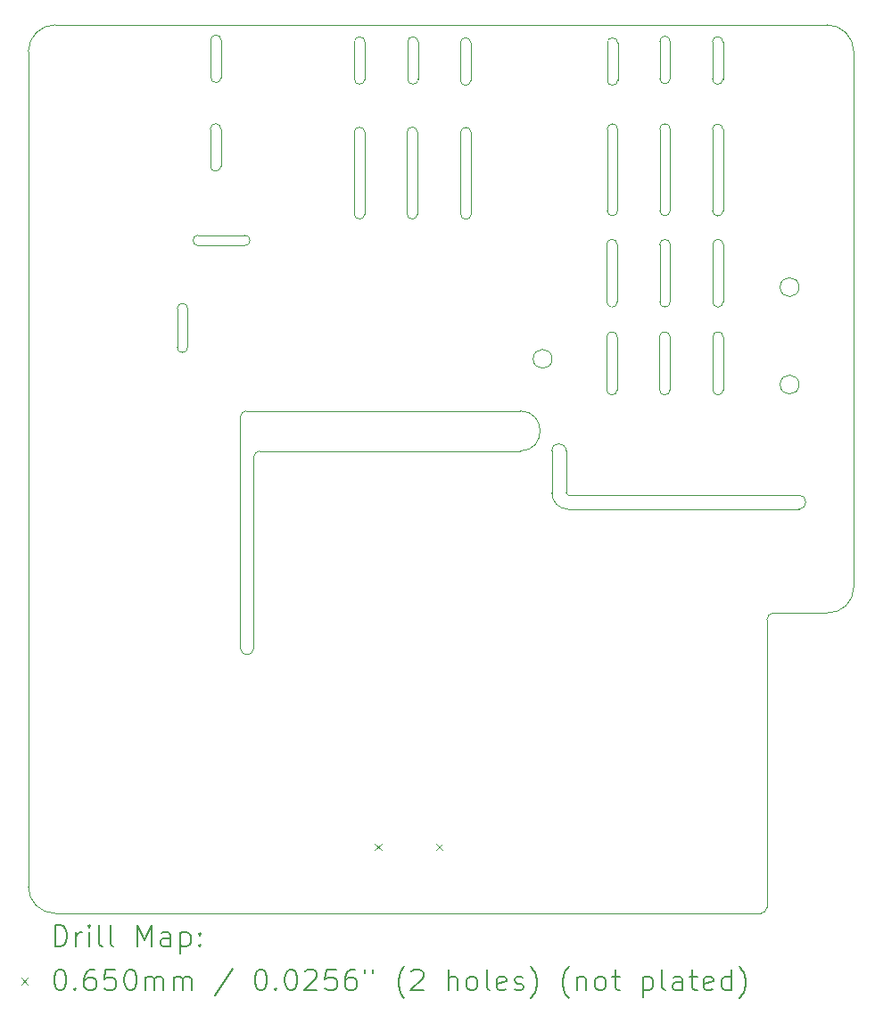
<source format=gbr>
%TF.GenerationSoftware,KiCad,Pcbnew,(6.0.10)*%
%TF.CreationDate,2023-02-01T21:50:34+01:00*%
%TF.ProjectId,hamodule,68616d6f-6475-46c6-952e-6b696361645f,V.20230201.22*%
%TF.SameCoordinates,Original*%
%TF.FileFunction,Drillmap*%
%TF.FilePolarity,Positive*%
%FSLAX45Y45*%
G04 Gerber Fmt 4.5, Leading zero omitted, Abs format (unit mm)*
G04 Created by KiCad (PCBNEW (6.0.10)) date 2023-02-01 21:50:34*
%MOMM*%
%LPD*%
G01*
G04 APERTURE LIST*
%ADD10C,0.050000*%
%ADD11C,0.100000*%
%ADD12C,0.200000*%
%ADD13C,0.065000*%
G04 APERTURE END LIST*
D10*
X10922000Y-8456395D02*
X10922050Y-3371850D01*
X6753950Y-11550850D02*
X3340150Y-11550850D01*
X10402450Y-5607050D02*
G75*
G03*
X10402450Y-5607050I-90000J0D01*
G01*
D11*
X7753950Y-7162800D02*
X5281980Y-7162800D01*
D10*
X10668050Y-3117850D02*
X3340150Y-3117850D01*
D11*
X5154980Y-6781800D02*
X7753950Y-6781800D01*
D10*
X3086150Y-11296650D02*
X3086150Y-3371850D01*
X7753950Y-7162800D02*
G75*
G03*
X7753950Y-6781800I0J190500D01*
G01*
X3086150Y-11296650D02*
G75*
G03*
X3340150Y-11550850I254200J0D01*
G01*
X10039350Y-11550650D02*
X6753950Y-11550850D01*
X10922050Y-3371850D02*
G75*
G03*
X10668050Y-3117850I-254000J0D01*
G01*
X9179905Y-5746455D02*
X9179905Y-5203485D01*
X9580340Y-3280410D02*
X9580340Y-3631250D01*
X8058030Y-6287770D02*
G75*
G03*
X8058030Y-6287770I-90000J0D01*
G01*
X6680475Y-4137930D02*
X6680475Y-4910675D01*
X6181820Y-3280410D02*
X6181820Y-3631250D01*
X8055888Y-7560500D02*
G75*
G03*
X8210300Y-7714912I154412J0D01*
G01*
X8582120Y-3641410D02*
G75*
G03*
X8681770Y-3641410I49825J0D01*
G01*
X8577335Y-5203485D02*
X8577335Y-5746455D01*
X8681770Y-3290570D02*
G75*
G03*
X8582120Y-3290570I-49825J0D01*
G01*
X4815300Y-4105910D02*
X4815300Y-4456750D01*
X8676985Y-5746455D02*
X8676985Y-5203485D01*
X8577335Y-6580500D02*
G75*
G03*
X8676985Y-6580500I49825J0D01*
G01*
X6687280Y-3631250D02*
G75*
G03*
X6786930Y-3631250I49825J0D01*
G01*
X9580635Y-4881490D02*
G75*
G03*
X9680285Y-4881490I49825J0D01*
G01*
X6780125Y-4137930D02*
G75*
G03*
X6680475Y-4137930I-49825J0D01*
G01*
X5154980Y-6781800D02*
G75*
G03*
X5099100Y-6837680I0J-55880D01*
G01*
X10402450Y-6531610D02*
G75*
G03*
X10402450Y-6531610I-90000J0D01*
G01*
X9682825Y-5746455D02*
X9682825Y-5203485D01*
X9080255Y-5746455D02*
G75*
G03*
X9179905Y-5746455I49825J0D01*
G01*
X6786930Y-3280410D02*
G75*
G03*
X6687280Y-3280410I-49825J0D01*
G01*
X9580340Y-3631250D02*
G75*
G03*
X9679990Y-3631250I49825J0D01*
G01*
X5141538Y-5113938D02*
X4698363Y-5113938D01*
X8676985Y-5203485D02*
G75*
G03*
X8577335Y-5203485I-49825J0D01*
G01*
X9580635Y-4108745D02*
X9580635Y-4881490D01*
X9680285Y-4881490D02*
X9680285Y-4108745D01*
X7187660Y-3290570D02*
X7187660Y-3641410D01*
D11*
X8210300Y-7580292D02*
X10400187Y-7580292D01*
D10*
X8190508Y-7160500D02*
G75*
G03*
X8055888Y-7160500I-67310J-3D01*
G01*
X9077715Y-6080500D02*
X9077715Y-6580500D01*
X10160000Y-8699500D02*
G75*
G03*
X10096500Y-8763000I0J-63500D01*
G01*
X5281980Y-7162800D02*
G75*
G03*
X5226100Y-7218680I-10J-55870D01*
G01*
X9682825Y-5203485D02*
G75*
G03*
X9583175Y-5203485I-49825J0D01*
G01*
X5099100Y-6837680D02*
X5099100Y-9034780D01*
X7290125Y-4140500D02*
G75*
G03*
X7190475Y-4140500I-49825J0D01*
G01*
X8580950Y-4107570D02*
X8580950Y-4880315D01*
X6180475Y-4910675D02*
G75*
G03*
X6280125Y-4910675I49825J0D01*
G01*
X7190475Y-4140500D02*
X7190475Y-4913245D01*
X4817950Y-3615690D02*
G75*
G03*
X4917600Y-3615690I49825J0D01*
G01*
X6181820Y-3631250D02*
G75*
G03*
X6281470Y-3631250I49825J0D01*
G01*
X9179610Y-3626170D02*
X9179610Y-3275330D01*
X9682825Y-6580500D02*
X9682825Y-6080500D01*
X8577335Y-6080500D02*
X8577335Y-6580500D01*
X9680285Y-4108745D02*
G75*
G03*
X9580635Y-4108745I-49825J0D01*
G01*
X8582120Y-3290570D02*
X8582120Y-3641410D01*
X9583175Y-6080500D02*
X9583175Y-6580500D01*
X4499660Y-6178375D02*
G75*
G03*
X4599310Y-6178375I49825J0D01*
G01*
D11*
X10400187Y-7714912D02*
X8210300Y-7714912D01*
D10*
X9179905Y-4878950D02*
X9179905Y-4106205D01*
X8580950Y-4880315D02*
G75*
G03*
X8680600Y-4880315I49825J0D01*
G01*
X10039350Y-11550650D02*
G75*
G03*
X10096500Y-11493500I0J57150D01*
G01*
X4917600Y-3264850D02*
G75*
G03*
X4817950Y-3264850I-49825J0D01*
G01*
X10096500Y-8763000D02*
X10096500Y-11493500D01*
X6680475Y-4910675D02*
G75*
G03*
X6780125Y-4910675I49825J0D01*
G01*
X4917600Y-3615690D02*
X4917600Y-3264850D01*
X5141538Y-5213583D02*
G75*
G03*
X5141538Y-5113938I3J49823D01*
G01*
X4914950Y-4456750D02*
X4914950Y-4105910D01*
X8680600Y-4880315D02*
X8680600Y-4107570D01*
X4914950Y-4105910D02*
G75*
G03*
X4815300Y-4105910I-49825J0D01*
G01*
X4815300Y-4456750D02*
G75*
G03*
X4914950Y-4456750I49825J0D01*
G01*
X7287310Y-3641410D02*
X7287310Y-3290570D01*
X6687280Y-3280410D02*
X6687280Y-3631250D01*
X9080255Y-5203485D02*
X9080255Y-5746455D01*
X7287310Y-3290570D02*
G75*
G03*
X7187660Y-3290570I-49825J0D01*
G01*
X8577335Y-5746455D02*
G75*
G03*
X8676985Y-5746455I49825J0D01*
G01*
X3340150Y-3117850D02*
G75*
G03*
X3086150Y-3371850I0J-254000D01*
G01*
X4698363Y-5113933D02*
G75*
G03*
X4698363Y-5213588I-3J-49828D01*
G01*
X10668000Y-8699496D02*
G75*
G03*
X10922000Y-8456395I10660J243106D01*
G01*
X4499660Y-5810425D02*
X4499660Y-6178375D01*
X9080255Y-4106205D02*
X9080255Y-4878950D01*
X6786930Y-3631250D02*
X6786930Y-3280410D01*
X6280125Y-4137930D02*
G75*
G03*
X6180475Y-4137930I-49825J0D01*
G01*
X9179905Y-5203485D02*
G75*
G03*
X9080255Y-5203485I-49825J0D01*
G01*
X9079960Y-3626170D02*
G75*
G03*
X9179610Y-3626170I49825J0D01*
G01*
X9179610Y-3275330D02*
G75*
G03*
X9079960Y-3275330I-49825J0D01*
G01*
X5099100Y-9034780D02*
G75*
G03*
X5226100Y-9034780I63500J1561D01*
G01*
X9682825Y-6080500D02*
G75*
G03*
X9583175Y-6080500I-49825J0D01*
G01*
X9583175Y-5746455D02*
G75*
G03*
X9682825Y-5746455I49825J0D01*
G01*
X9080255Y-4878950D02*
G75*
G03*
X9179905Y-4878950I49825J0D01*
G01*
X8190508Y-7560500D02*
G75*
G03*
X8210300Y-7580292I19792J0D01*
G01*
X9077715Y-6580500D02*
G75*
G03*
X9177365Y-6580500I49825J0D01*
G01*
X9679990Y-3631250D02*
X9679990Y-3280410D01*
X9179905Y-4106205D02*
G75*
G03*
X9080255Y-4106205I-49825J0D01*
G01*
X6281470Y-3280410D02*
G75*
G03*
X6181820Y-3280410I-49825J0D01*
G01*
X6281470Y-3631250D02*
X6281470Y-3280410D01*
X4817950Y-3264850D02*
X4817950Y-3615690D01*
X7190475Y-4913245D02*
G75*
G03*
X7290125Y-4913245I49825J0D01*
G01*
X9583175Y-5203485D02*
X9583175Y-5746455D01*
X10160000Y-8699500D02*
X10668000Y-8699500D01*
X8676985Y-6580500D02*
X8676985Y-6080500D01*
X8055888Y-7560500D02*
X8055888Y-7160500D01*
X4599310Y-5810425D02*
G75*
G03*
X4499660Y-5810425I-49825J0D01*
G01*
X6280125Y-4910675D02*
X6280125Y-4137930D01*
X10400187Y-7714908D02*
G75*
G03*
X10400187Y-7580292I3J67308D01*
G01*
X8190508Y-7160500D02*
X8190508Y-7560500D01*
X8676985Y-6080500D02*
G75*
G03*
X8577335Y-6080500I-49825J0D01*
G01*
X9177365Y-6080500D02*
G75*
G03*
X9077715Y-6080500I-49825J0D01*
G01*
X9679990Y-3280410D02*
G75*
G03*
X9580340Y-3280410I-49825J0D01*
G01*
X7187660Y-3641410D02*
G75*
G03*
X7287310Y-3641410I49825J0D01*
G01*
X4599310Y-6178375D02*
X4599310Y-5810425D01*
X9079960Y-3275330D02*
X9079960Y-3626170D01*
X9177365Y-6580500D02*
X9177365Y-6080500D01*
X8681770Y-3641410D02*
X8681770Y-3290570D01*
X6780125Y-4910675D02*
X6780125Y-4137930D01*
X5226100Y-9034780D02*
X5226100Y-7218680D01*
X4698363Y-5213588D02*
X5141538Y-5213588D01*
X6180475Y-4137930D02*
X6180475Y-4910675D01*
X8680600Y-4107570D02*
G75*
G03*
X8580950Y-4107570I-49825J0D01*
G01*
X7290125Y-4913245D02*
X7290125Y-4140500D01*
X9583175Y-6580500D02*
G75*
G03*
X9682825Y-6580500I49825J0D01*
G01*
D12*
D13*
X6376100Y-10888090D02*
X6441100Y-10953090D01*
X6441100Y-10888090D02*
X6376100Y-10953090D01*
X6954100Y-10888090D02*
X7019100Y-10953090D01*
X7019100Y-10888090D02*
X6954100Y-10953090D01*
D12*
X3341269Y-11863826D02*
X3341269Y-11663826D01*
X3388888Y-11663826D01*
X3417459Y-11673350D01*
X3436507Y-11692398D01*
X3446031Y-11711445D01*
X3455555Y-11749540D01*
X3455555Y-11778112D01*
X3446031Y-11816207D01*
X3436507Y-11835255D01*
X3417459Y-11854302D01*
X3388888Y-11863826D01*
X3341269Y-11863826D01*
X3541269Y-11863826D02*
X3541269Y-11730493D01*
X3541269Y-11768588D02*
X3550793Y-11749540D01*
X3560317Y-11740017D01*
X3579364Y-11730493D01*
X3598412Y-11730493D01*
X3665078Y-11863826D02*
X3665078Y-11730493D01*
X3665078Y-11663826D02*
X3655555Y-11673350D01*
X3665078Y-11682874D01*
X3674602Y-11673350D01*
X3665078Y-11663826D01*
X3665078Y-11682874D01*
X3788888Y-11863826D02*
X3769840Y-11854302D01*
X3760317Y-11835255D01*
X3760317Y-11663826D01*
X3893650Y-11863826D02*
X3874602Y-11854302D01*
X3865078Y-11835255D01*
X3865078Y-11663826D01*
X4122221Y-11863826D02*
X4122221Y-11663826D01*
X4188888Y-11806683D01*
X4255555Y-11663826D01*
X4255555Y-11863826D01*
X4436507Y-11863826D02*
X4436507Y-11759064D01*
X4426983Y-11740017D01*
X4407936Y-11730493D01*
X4369840Y-11730493D01*
X4350793Y-11740017D01*
X4436507Y-11854302D02*
X4417460Y-11863826D01*
X4369840Y-11863826D01*
X4350793Y-11854302D01*
X4341269Y-11835255D01*
X4341269Y-11816207D01*
X4350793Y-11797159D01*
X4369840Y-11787636D01*
X4417460Y-11787636D01*
X4436507Y-11778112D01*
X4531745Y-11730493D02*
X4531745Y-11930493D01*
X4531745Y-11740017D02*
X4550793Y-11730493D01*
X4588888Y-11730493D01*
X4607936Y-11740017D01*
X4617460Y-11749540D01*
X4626983Y-11768588D01*
X4626983Y-11825731D01*
X4617460Y-11844778D01*
X4607936Y-11854302D01*
X4588888Y-11863826D01*
X4550793Y-11863826D01*
X4531745Y-11854302D01*
X4712698Y-11844778D02*
X4722221Y-11854302D01*
X4712698Y-11863826D01*
X4703174Y-11854302D01*
X4712698Y-11844778D01*
X4712698Y-11863826D01*
X4712698Y-11740017D02*
X4722221Y-11749540D01*
X4712698Y-11759064D01*
X4703174Y-11749540D01*
X4712698Y-11740017D01*
X4712698Y-11759064D01*
D13*
X3018650Y-12160850D02*
X3083650Y-12225850D01*
X3083650Y-12160850D02*
X3018650Y-12225850D01*
D12*
X3379364Y-12083826D02*
X3398412Y-12083826D01*
X3417459Y-12093350D01*
X3426983Y-12102874D01*
X3436507Y-12121921D01*
X3446031Y-12160017D01*
X3446031Y-12207636D01*
X3436507Y-12245731D01*
X3426983Y-12264778D01*
X3417459Y-12274302D01*
X3398412Y-12283826D01*
X3379364Y-12283826D01*
X3360317Y-12274302D01*
X3350793Y-12264778D01*
X3341269Y-12245731D01*
X3331745Y-12207636D01*
X3331745Y-12160017D01*
X3341269Y-12121921D01*
X3350793Y-12102874D01*
X3360317Y-12093350D01*
X3379364Y-12083826D01*
X3531745Y-12264778D02*
X3541269Y-12274302D01*
X3531745Y-12283826D01*
X3522221Y-12274302D01*
X3531745Y-12264778D01*
X3531745Y-12283826D01*
X3712698Y-12083826D02*
X3674602Y-12083826D01*
X3655555Y-12093350D01*
X3646031Y-12102874D01*
X3626983Y-12131445D01*
X3617459Y-12169540D01*
X3617459Y-12245731D01*
X3626983Y-12264778D01*
X3636507Y-12274302D01*
X3655555Y-12283826D01*
X3693650Y-12283826D01*
X3712698Y-12274302D01*
X3722221Y-12264778D01*
X3731745Y-12245731D01*
X3731745Y-12198112D01*
X3722221Y-12179064D01*
X3712698Y-12169540D01*
X3693650Y-12160017D01*
X3655555Y-12160017D01*
X3636507Y-12169540D01*
X3626983Y-12179064D01*
X3617459Y-12198112D01*
X3912698Y-12083826D02*
X3817459Y-12083826D01*
X3807936Y-12179064D01*
X3817459Y-12169540D01*
X3836507Y-12160017D01*
X3884126Y-12160017D01*
X3903174Y-12169540D01*
X3912698Y-12179064D01*
X3922221Y-12198112D01*
X3922221Y-12245731D01*
X3912698Y-12264778D01*
X3903174Y-12274302D01*
X3884126Y-12283826D01*
X3836507Y-12283826D01*
X3817459Y-12274302D01*
X3807936Y-12264778D01*
X4046031Y-12083826D02*
X4065078Y-12083826D01*
X4084126Y-12093350D01*
X4093650Y-12102874D01*
X4103174Y-12121921D01*
X4112698Y-12160017D01*
X4112698Y-12207636D01*
X4103174Y-12245731D01*
X4093650Y-12264778D01*
X4084126Y-12274302D01*
X4065078Y-12283826D01*
X4046031Y-12283826D01*
X4026983Y-12274302D01*
X4017459Y-12264778D01*
X4007936Y-12245731D01*
X3998412Y-12207636D01*
X3998412Y-12160017D01*
X4007936Y-12121921D01*
X4017459Y-12102874D01*
X4026983Y-12093350D01*
X4046031Y-12083826D01*
X4198412Y-12283826D02*
X4198412Y-12150493D01*
X4198412Y-12169540D02*
X4207936Y-12160017D01*
X4226983Y-12150493D01*
X4255555Y-12150493D01*
X4274602Y-12160017D01*
X4284126Y-12179064D01*
X4284126Y-12283826D01*
X4284126Y-12179064D02*
X4293650Y-12160017D01*
X4312698Y-12150493D01*
X4341269Y-12150493D01*
X4360317Y-12160017D01*
X4369840Y-12179064D01*
X4369840Y-12283826D01*
X4465079Y-12283826D02*
X4465079Y-12150493D01*
X4465079Y-12169540D02*
X4474602Y-12160017D01*
X4493650Y-12150493D01*
X4522221Y-12150493D01*
X4541269Y-12160017D01*
X4550793Y-12179064D01*
X4550793Y-12283826D01*
X4550793Y-12179064D02*
X4560317Y-12160017D01*
X4579364Y-12150493D01*
X4607936Y-12150493D01*
X4626983Y-12160017D01*
X4636507Y-12179064D01*
X4636507Y-12283826D01*
X5026983Y-12074302D02*
X4855555Y-12331445D01*
X5284126Y-12083826D02*
X5303174Y-12083826D01*
X5322221Y-12093350D01*
X5331745Y-12102874D01*
X5341269Y-12121921D01*
X5350793Y-12160017D01*
X5350793Y-12207636D01*
X5341269Y-12245731D01*
X5331745Y-12264778D01*
X5322221Y-12274302D01*
X5303174Y-12283826D01*
X5284126Y-12283826D01*
X5265079Y-12274302D01*
X5255555Y-12264778D01*
X5246031Y-12245731D01*
X5236507Y-12207636D01*
X5236507Y-12160017D01*
X5246031Y-12121921D01*
X5255555Y-12102874D01*
X5265079Y-12093350D01*
X5284126Y-12083826D01*
X5436507Y-12264778D02*
X5446031Y-12274302D01*
X5436507Y-12283826D01*
X5426983Y-12274302D01*
X5436507Y-12264778D01*
X5436507Y-12283826D01*
X5569840Y-12083826D02*
X5588888Y-12083826D01*
X5607936Y-12093350D01*
X5617459Y-12102874D01*
X5626983Y-12121921D01*
X5636507Y-12160017D01*
X5636507Y-12207636D01*
X5626983Y-12245731D01*
X5617459Y-12264778D01*
X5607936Y-12274302D01*
X5588888Y-12283826D01*
X5569840Y-12283826D01*
X5550793Y-12274302D01*
X5541269Y-12264778D01*
X5531745Y-12245731D01*
X5522221Y-12207636D01*
X5522221Y-12160017D01*
X5531745Y-12121921D01*
X5541269Y-12102874D01*
X5550793Y-12093350D01*
X5569840Y-12083826D01*
X5712698Y-12102874D02*
X5722221Y-12093350D01*
X5741269Y-12083826D01*
X5788888Y-12083826D01*
X5807936Y-12093350D01*
X5817459Y-12102874D01*
X5826983Y-12121921D01*
X5826983Y-12140969D01*
X5817459Y-12169540D01*
X5703174Y-12283826D01*
X5826983Y-12283826D01*
X6007936Y-12083826D02*
X5912698Y-12083826D01*
X5903174Y-12179064D01*
X5912698Y-12169540D01*
X5931745Y-12160017D01*
X5979364Y-12160017D01*
X5998412Y-12169540D01*
X6007936Y-12179064D01*
X6017459Y-12198112D01*
X6017459Y-12245731D01*
X6007936Y-12264778D01*
X5998412Y-12274302D01*
X5979364Y-12283826D01*
X5931745Y-12283826D01*
X5912698Y-12274302D01*
X5903174Y-12264778D01*
X6188888Y-12083826D02*
X6150793Y-12083826D01*
X6131745Y-12093350D01*
X6122221Y-12102874D01*
X6103174Y-12131445D01*
X6093650Y-12169540D01*
X6093650Y-12245731D01*
X6103174Y-12264778D01*
X6112698Y-12274302D01*
X6131745Y-12283826D01*
X6169840Y-12283826D01*
X6188888Y-12274302D01*
X6198412Y-12264778D01*
X6207936Y-12245731D01*
X6207936Y-12198112D01*
X6198412Y-12179064D01*
X6188888Y-12169540D01*
X6169840Y-12160017D01*
X6131745Y-12160017D01*
X6112698Y-12169540D01*
X6103174Y-12179064D01*
X6093650Y-12198112D01*
X6284126Y-12083826D02*
X6284126Y-12121921D01*
X6360317Y-12083826D02*
X6360317Y-12121921D01*
X6655555Y-12360017D02*
X6646031Y-12350493D01*
X6626983Y-12321921D01*
X6617459Y-12302874D01*
X6607936Y-12274302D01*
X6598412Y-12226683D01*
X6598412Y-12188588D01*
X6607936Y-12140969D01*
X6617459Y-12112398D01*
X6626983Y-12093350D01*
X6646031Y-12064778D01*
X6655555Y-12055255D01*
X6722221Y-12102874D02*
X6731745Y-12093350D01*
X6750793Y-12083826D01*
X6798412Y-12083826D01*
X6817459Y-12093350D01*
X6826983Y-12102874D01*
X6836507Y-12121921D01*
X6836507Y-12140969D01*
X6826983Y-12169540D01*
X6712698Y-12283826D01*
X6836507Y-12283826D01*
X7074602Y-12283826D02*
X7074602Y-12083826D01*
X7160317Y-12283826D02*
X7160317Y-12179064D01*
X7150793Y-12160017D01*
X7131745Y-12150493D01*
X7103174Y-12150493D01*
X7084126Y-12160017D01*
X7074602Y-12169540D01*
X7284126Y-12283826D02*
X7265078Y-12274302D01*
X7255555Y-12264778D01*
X7246031Y-12245731D01*
X7246031Y-12188588D01*
X7255555Y-12169540D01*
X7265078Y-12160017D01*
X7284126Y-12150493D01*
X7312698Y-12150493D01*
X7331745Y-12160017D01*
X7341269Y-12169540D01*
X7350793Y-12188588D01*
X7350793Y-12245731D01*
X7341269Y-12264778D01*
X7331745Y-12274302D01*
X7312698Y-12283826D01*
X7284126Y-12283826D01*
X7465078Y-12283826D02*
X7446031Y-12274302D01*
X7436507Y-12255255D01*
X7436507Y-12083826D01*
X7617459Y-12274302D02*
X7598412Y-12283826D01*
X7560317Y-12283826D01*
X7541269Y-12274302D01*
X7531745Y-12255255D01*
X7531745Y-12179064D01*
X7541269Y-12160017D01*
X7560317Y-12150493D01*
X7598412Y-12150493D01*
X7617459Y-12160017D01*
X7626983Y-12179064D01*
X7626983Y-12198112D01*
X7531745Y-12217159D01*
X7703174Y-12274302D02*
X7722221Y-12283826D01*
X7760317Y-12283826D01*
X7779364Y-12274302D01*
X7788888Y-12255255D01*
X7788888Y-12245731D01*
X7779364Y-12226683D01*
X7760317Y-12217159D01*
X7731745Y-12217159D01*
X7712698Y-12207636D01*
X7703174Y-12188588D01*
X7703174Y-12179064D01*
X7712698Y-12160017D01*
X7731745Y-12150493D01*
X7760317Y-12150493D01*
X7779364Y-12160017D01*
X7855555Y-12360017D02*
X7865078Y-12350493D01*
X7884126Y-12321921D01*
X7893650Y-12302874D01*
X7903174Y-12274302D01*
X7912698Y-12226683D01*
X7912698Y-12188588D01*
X7903174Y-12140969D01*
X7893650Y-12112398D01*
X7884126Y-12093350D01*
X7865078Y-12064778D01*
X7855555Y-12055255D01*
X8217459Y-12360017D02*
X8207936Y-12350493D01*
X8188888Y-12321921D01*
X8179364Y-12302874D01*
X8169840Y-12274302D01*
X8160317Y-12226683D01*
X8160317Y-12188588D01*
X8169840Y-12140969D01*
X8179364Y-12112398D01*
X8188888Y-12093350D01*
X8207936Y-12064778D01*
X8217459Y-12055255D01*
X8293650Y-12150493D02*
X8293650Y-12283826D01*
X8293650Y-12169540D02*
X8303174Y-12160017D01*
X8322221Y-12150493D01*
X8350793Y-12150493D01*
X8369840Y-12160017D01*
X8379364Y-12179064D01*
X8379364Y-12283826D01*
X8503174Y-12283826D02*
X8484126Y-12274302D01*
X8474602Y-12264778D01*
X8465079Y-12245731D01*
X8465079Y-12188588D01*
X8474602Y-12169540D01*
X8484126Y-12160017D01*
X8503174Y-12150493D01*
X8531745Y-12150493D01*
X8550793Y-12160017D01*
X8560317Y-12169540D01*
X8569840Y-12188588D01*
X8569840Y-12245731D01*
X8560317Y-12264778D01*
X8550793Y-12274302D01*
X8531745Y-12283826D01*
X8503174Y-12283826D01*
X8626983Y-12150493D02*
X8703174Y-12150493D01*
X8655555Y-12083826D02*
X8655555Y-12255255D01*
X8665079Y-12274302D01*
X8684126Y-12283826D01*
X8703174Y-12283826D01*
X8922221Y-12150493D02*
X8922221Y-12350493D01*
X8922221Y-12160017D02*
X8941269Y-12150493D01*
X8979364Y-12150493D01*
X8998412Y-12160017D01*
X9007936Y-12169540D01*
X9017460Y-12188588D01*
X9017460Y-12245731D01*
X9007936Y-12264778D01*
X8998412Y-12274302D01*
X8979364Y-12283826D01*
X8941269Y-12283826D01*
X8922221Y-12274302D01*
X9131745Y-12283826D02*
X9112698Y-12274302D01*
X9103174Y-12255255D01*
X9103174Y-12083826D01*
X9293650Y-12283826D02*
X9293650Y-12179064D01*
X9284126Y-12160017D01*
X9265079Y-12150493D01*
X9226983Y-12150493D01*
X9207936Y-12160017D01*
X9293650Y-12274302D02*
X9274602Y-12283826D01*
X9226983Y-12283826D01*
X9207936Y-12274302D01*
X9198412Y-12255255D01*
X9198412Y-12236207D01*
X9207936Y-12217159D01*
X9226983Y-12207636D01*
X9274602Y-12207636D01*
X9293650Y-12198112D01*
X9360317Y-12150493D02*
X9436507Y-12150493D01*
X9388888Y-12083826D02*
X9388888Y-12255255D01*
X9398412Y-12274302D01*
X9417460Y-12283826D01*
X9436507Y-12283826D01*
X9579364Y-12274302D02*
X9560317Y-12283826D01*
X9522221Y-12283826D01*
X9503174Y-12274302D01*
X9493650Y-12255255D01*
X9493650Y-12179064D01*
X9503174Y-12160017D01*
X9522221Y-12150493D01*
X9560317Y-12150493D01*
X9579364Y-12160017D01*
X9588888Y-12179064D01*
X9588888Y-12198112D01*
X9493650Y-12217159D01*
X9760317Y-12283826D02*
X9760317Y-12083826D01*
X9760317Y-12274302D02*
X9741269Y-12283826D01*
X9703174Y-12283826D01*
X9684126Y-12274302D01*
X9674602Y-12264778D01*
X9665079Y-12245731D01*
X9665079Y-12188588D01*
X9674602Y-12169540D01*
X9684126Y-12160017D01*
X9703174Y-12150493D01*
X9741269Y-12150493D01*
X9760317Y-12160017D01*
X9836507Y-12360017D02*
X9846031Y-12350493D01*
X9865079Y-12321921D01*
X9874602Y-12302874D01*
X9884126Y-12274302D01*
X9893650Y-12226683D01*
X9893650Y-12188588D01*
X9884126Y-12140969D01*
X9874602Y-12112398D01*
X9865079Y-12093350D01*
X9846031Y-12064778D01*
X9836507Y-12055255D01*
M02*

</source>
